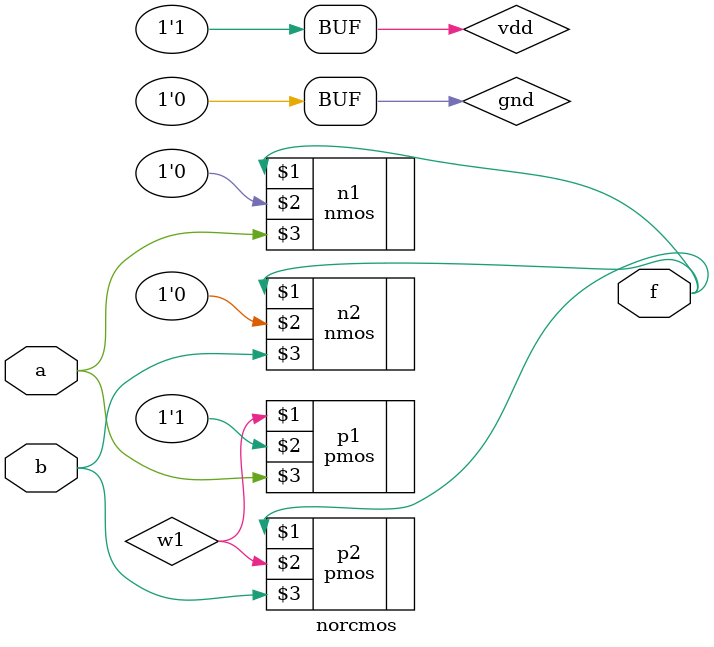
<source format=v>
`timescale 1ns / 1ps
module norcmos(
    input a,
    input b,
    output f
    );
	 supply0 gnd;
	 supply1 vdd;
	 wire w1,w2,w3,w4;
	 pmos p1(w1,vdd,a);
	 pmos p2(f,w1,b);
	 nmos n1(f,gnd,a);
	 nmos n2(f,gnd,b);


endmodule

</source>
